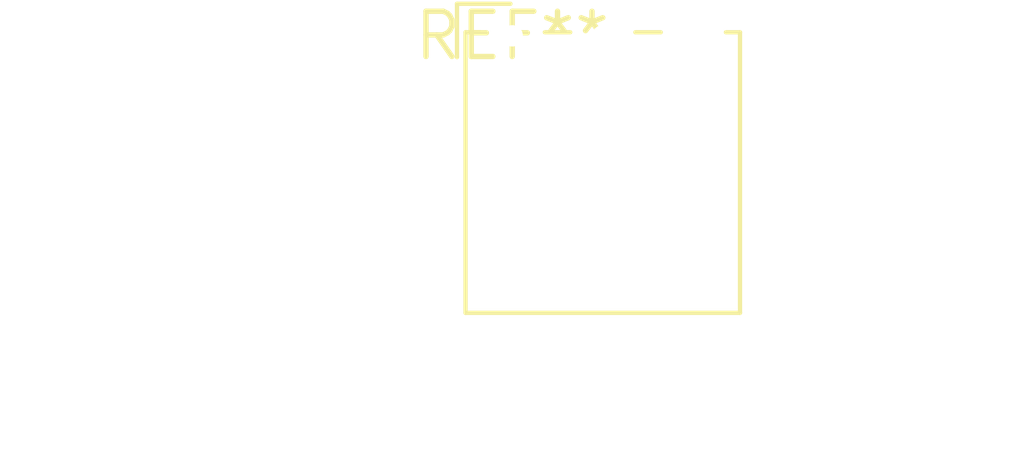
<source format=kicad_pcb>
(kicad_pcb (version 20240108) (generator pcbnew)
  (layers (0 "F.Cu" signal) (31 "B.Cu" signal) (34 "B.Paste" user) (35 "F.Paste" user) (36 "B.SilkS" user "B.Silkscreen") (37 "F.SilkS" user "F.Silkscreen") (38 "B.Mask" user) (39 "F.Mask" user) (44 "Edge.Cuts" user))
  (net 0 "")
  (footprint "SW_Lever_1P2T_NKK_GW12LxH" (layer "F.Cu") (at 0 0)
    (property "Reference" "REF**")
    (property "Value" "SW_Lever_1P2T_NKK_GW12LxH")
    (fp_line (start -1.55 -0.9) (end -0.05 -0.9) (layer "F.SilkS") (stroke (width 0.12)))
    (fp_line (start -1.55 0.6) (end -1.55 -0.9) (layer "F.SilkS") (stroke (width 0.12)))
    (fp_line (start -1.31 -0.1) (end -1.31 7.78) (layer "F.SilkS") (stroke (width 0.12)))
    (fp_line (start -1.31 -0.1) (end -0.914 -0.1) (layer "F.SilkS") (stroke (width 0.12)))
    (fp_line (start -1.31 7.78) (end 6.39 7.78) (layer "F.SilkS") (stroke (width 0.12)))
    (fp_line (start 0.914 -0.1) (end 1.627 -0.1) (layer "F.SilkS") (stroke (width 0.12)))
    (fp_line (start 3.454 -0.1) (end 4.167 -0.1) (layer "F.SilkS") (stroke (width 0.12)))
    (fp_line (start 5.994 -0.1) (end 6.39 -0.1) (layer "F.SilkS") (stroke (width 0.12)))
    (fp_line (start 6.39 -0.1) (end 6.39 7.78) (layer "F.SilkS") (stroke (width 0.12)))
    (pad "" thru_hole circle (at 0 5.08) (size 1.2 1.2) (drill 0.6) (layers *.Cu *.Mask) (remove_unused_layers))
    (pad "" thru_hole circle (at 5.08 5.08) (size 1.2 1.2) (drill 0.6) (layers *.Cu *.Mask) (remove_unused_layers))
    (pad "1" thru_hole rect (at 0 0) (size 1.2 1.2) (drill 0.6) (layers *.Cu *.Mask) (remove_unused_layers))
    (pad "2" thru_hole circle (at 2.54 0) (size 1.2 1.2) (drill 0.6) (layers *.Cu *.Mask) (remove_unused_layers))
    (pad "3" thru_hole circle (at 5.08 0) (size 1.2 1.2) (drill 0.6) (layers *.Cu *.Mask) (remove_unused_layers))
  )
)
</source>
